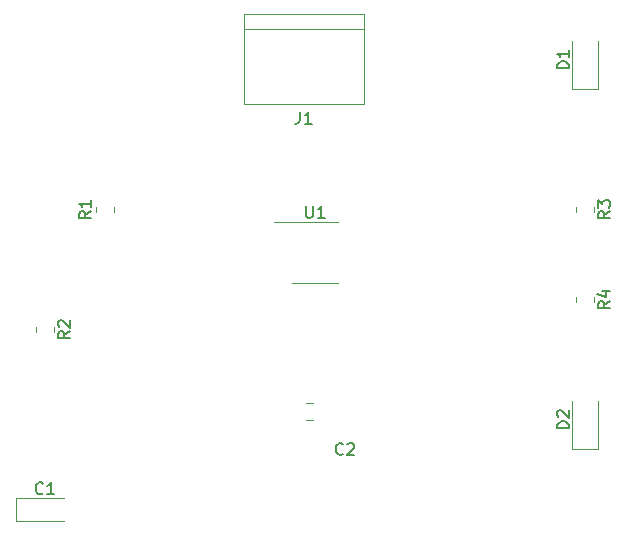
<source format=gbr>
%TF.GenerationSoftware,KiCad,Pcbnew,(6.0.10-0)*%
%TF.CreationDate,2023-02-17T12:21:21-08:00*%
%TF.ProjectId,Exercise 2,45786572-6369-4736-9520-322e6b696361,rev?*%
%TF.SameCoordinates,Original*%
%TF.FileFunction,Legend,Top*%
%TF.FilePolarity,Positive*%
%FSLAX46Y46*%
G04 Gerber Fmt 4.6, Leading zero omitted, Abs format (unit mm)*
G04 Created by KiCad (PCBNEW (6.0.10-0)) date 2023-02-17 12:21:21*
%MOMM*%
%LPD*%
G01*
G04 APERTURE LIST*
%ADD10C,0.150000*%
%ADD11C,0.120000*%
G04 APERTURE END LIST*
D10*
%TO.C,D2*%
X158652380Y-104878095D02*
X157652380Y-104878095D01*
X157652380Y-104640000D01*
X157700000Y-104497142D01*
X157795238Y-104401904D01*
X157890476Y-104354285D01*
X158080952Y-104306666D01*
X158223809Y-104306666D01*
X158414285Y-104354285D01*
X158509523Y-104401904D01*
X158604761Y-104497142D01*
X158652380Y-104640000D01*
X158652380Y-104878095D01*
X157747619Y-103925714D02*
X157700000Y-103878095D01*
X157652380Y-103782857D01*
X157652380Y-103544761D01*
X157700000Y-103449523D01*
X157747619Y-103401904D01*
X157842857Y-103354285D01*
X157938095Y-103354285D01*
X158080952Y-103401904D01*
X158652380Y-103973333D01*
X158652380Y-103354285D01*
%TO.C,U1*%
X136398095Y-86062380D02*
X136398095Y-86871904D01*
X136445714Y-86967142D01*
X136493333Y-87014761D01*
X136588571Y-87062380D01*
X136779047Y-87062380D01*
X136874285Y-87014761D01*
X136921904Y-86967142D01*
X136969523Y-86871904D01*
X136969523Y-86062380D01*
X137969523Y-87062380D02*
X137398095Y-87062380D01*
X137683809Y-87062380D02*
X137683809Y-86062380D01*
X137588571Y-86205238D01*
X137493333Y-86300476D01*
X137398095Y-86348095D01*
%TO.C,R1*%
X118182380Y-86526666D02*
X117706190Y-86860000D01*
X118182380Y-87098095D02*
X117182380Y-87098095D01*
X117182380Y-86717142D01*
X117230000Y-86621904D01*
X117277619Y-86574285D01*
X117372857Y-86526666D01*
X117515714Y-86526666D01*
X117610952Y-86574285D01*
X117658571Y-86621904D01*
X117706190Y-86717142D01*
X117706190Y-87098095D01*
X118182380Y-85574285D02*
X118182380Y-86145714D01*
X118182380Y-85860000D02*
X117182380Y-85860000D01*
X117325238Y-85955238D01*
X117420476Y-86050476D01*
X117468095Y-86145714D01*
%TO.C,R2*%
X116402380Y-96686666D02*
X115926190Y-97020000D01*
X116402380Y-97258095D02*
X115402380Y-97258095D01*
X115402380Y-96877142D01*
X115450000Y-96781904D01*
X115497619Y-96734285D01*
X115592857Y-96686666D01*
X115735714Y-96686666D01*
X115830952Y-96734285D01*
X115878571Y-96781904D01*
X115926190Y-96877142D01*
X115926190Y-97258095D01*
X115497619Y-96305714D02*
X115450000Y-96258095D01*
X115402380Y-96162857D01*
X115402380Y-95924761D01*
X115450000Y-95829523D01*
X115497619Y-95781904D01*
X115592857Y-95734285D01*
X115688095Y-95734285D01*
X115830952Y-95781904D01*
X116402380Y-96353333D01*
X116402380Y-95734285D01*
%TO.C,C2*%
X139533333Y-107037142D02*
X139485714Y-107084761D01*
X139342857Y-107132380D01*
X139247619Y-107132380D01*
X139104761Y-107084761D01*
X139009523Y-106989523D01*
X138961904Y-106894285D01*
X138914285Y-106703809D01*
X138914285Y-106560952D01*
X138961904Y-106370476D01*
X139009523Y-106275238D01*
X139104761Y-106180000D01*
X139247619Y-106132380D01*
X139342857Y-106132380D01*
X139485714Y-106180000D01*
X139533333Y-106227619D01*
X139914285Y-106227619D02*
X139961904Y-106180000D01*
X140057142Y-106132380D01*
X140295238Y-106132380D01*
X140390476Y-106180000D01*
X140438095Y-106227619D01*
X140485714Y-106322857D01*
X140485714Y-106418095D01*
X140438095Y-106560952D01*
X139866666Y-107132380D01*
X140485714Y-107132380D01*
%TO.C,C1*%
X114133333Y-110367142D02*
X114085714Y-110414761D01*
X113942857Y-110462380D01*
X113847619Y-110462380D01*
X113704761Y-110414761D01*
X113609523Y-110319523D01*
X113561904Y-110224285D01*
X113514285Y-110033809D01*
X113514285Y-109890952D01*
X113561904Y-109700476D01*
X113609523Y-109605238D01*
X113704761Y-109510000D01*
X113847619Y-109462380D01*
X113942857Y-109462380D01*
X114085714Y-109510000D01*
X114133333Y-109557619D01*
X115085714Y-110462380D02*
X114514285Y-110462380D01*
X114800000Y-110462380D02*
X114800000Y-109462380D01*
X114704761Y-109605238D01*
X114609523Y-109700476D01*
X114514285Y-109748095D01*
%TO.C,R4*%
X162122380Y-94146666D02*
X161646190Y-94480000D01*
X162122380Y-94718095D02*
X161122380Y-94718095D01*
X161122380Y-94337142D01*
X161170000Y-94241904D01*
X161217619Y-94194285D01*
X161312857Y-94146666D01*
X161455714Y-94146666D01*
X161550952Y-94194285D01*
X161598571Y-94241904D01*
X161646190Y-94337142D01*
X161646190Y-94718095D01*
X161455714Y-93289523D02*
X162122380Y-93289523D01*
X161074761Y-93527619D02*
X161789047Y-93765714D01*
X161789047Y-93146666D01*
%TO.C,J1*%
X135876666Y-78107380D02*
X135876666Y-78821666D01*
X135829047Y-78964523D01*
X135733809Y-79059761D01*
X135590952Y-79107380D01*
X135495714Y-79107380D01*
X136876666Y-79107380D02*
X136305238Y-79107380D01*
X136590952Y-79107380D02*
X136590952Y-78107380D01*
X136495714Y-78250238D01*
X136400476Y-78345476D01*
X136305238Y-78393095D01*
%TO.C,R3*%
X162122380Y-86526666D02*
X161646190Y-86860000D01*
X162122380Y-87098095D02*
X161122380Y-87098095D01*
X161122380Y-86717142D01*
X161170000Y-86621904D01*
X161217619Y-86574285D01*
X161312857Y-86526666D01*
X161455714Y-86526666D01*
X161550952Y-86574285D01*
X161598571Y-86621904D01*
X161646190Y-86717142D01*
X161646190Y-87098095D01*
X161122380Y-86193333D02*
X161122380Y-85574285D01*
X161503333Y-85907619D01*
X161503333Y-85764761D01*
X161550952Y-85669523D01*
X161598571Y-85621904D01*
X161693809Y-85574285D01*
X161931904Y-85574285D01*
X162027142Y-85621904D01*
X162074761Y-85669523D01*
X162122380Y-85764761D01*
X162122380Y-86050476D01*
X162074761Y-86145714D01*
X162027142Y-86193333D01*
%TO.C,D1*%
X158652380Y-74398095D02*
X157652380Y-74398095D01*
X157652380Y-74160000D01*
X157700000Y-74017142D01*
X157795238Y-73921904D01*
X157890476Y-73874285D01*
X158080952Y-73826666D01*
X158223809Y-73826666D01*
X158414285Y-73874285D01*
X158509523Y-73921904D01*
X158604761Y-74017142D01*
X158652380Y-74160000D01*
X158652380Y-74398095D01*
X158652380Y-72874285D02*
X158652380Y-73445714D01*
X158652380Y-73160000D02*
X157652380Y-73160000D01*
X157795238Y-73255238D01*
X157890476Y-73350476D01*
X157938095Y-73445714D01*
D11*
%TO.C,D2*%
X158885000Y-106600000D02*
X161155000Y-106600000D01*
X161155000Y-106600000D02*
X161155000Y-102540000D01*
X158885000Y-102540000D02*
X158885000Y-106600000D01*
%TO.C,U1*%
X137160000Y-92570000D02*
X139110000Y-92570000D01*
X137160000Y-92570000D02*
X135210000Y-92570000D01*
X137160000Y-87450000D02*
X139110000Y-87450000D01*
X137160000Y-87450000D02*
X133710000Y-87450000D01*
%TO.C,R1*%
X118645000Y-86587064D02*
X118645000Y-86132936D01*
X120115000Y-86587064D02*
X120115000Y-86132936D01*
%TO.C,R2*%
X113565000Y-96292936D02*
X113565000Y-96747064D01*
X115035000Y-96292936D02*
X115035000Y-96747064D01*
%TO.C,C2*%
X136438748Y-104205000D02*
X136961252Y-104205000D01*
X136438748Y-102735000D02*
X136961252Y-102735000D01*
%TO.C,C1*%
X111815000Y-110825000D02*
X111815000Y-112695000D01*
X111815000Y-112695000D02*
X115900000Y-112695000D01*
X115900000Y-110825000D02*
X111815000Y-110825000D01*
%TO.C,R4*%
X160755000Y-93752936D02*
X160755000Y-94207064D01*
X159285000Y-93752936D02*
X159285000Y-94207064D01*
%TO.C,J1*%
X141290000Y-69765000D02*
X131130000Y-69765000D01*
X131130000Y-77385000D02*
X141290000Y-77385000D01*
X131130000Y-71035000D02*
X141290000Y-71035000D01*
X141290000Y-77385000D02*
X141290000Y-69765000D01*
X131130000Y-69765000D02*
X131130000Y-77385000D01*
%TO.C,R3*%
X159285000Y-86132936D02*
X159285000Y-86587064D01*
X160755000Y-86132936D02*
X160755000Y-86587064D01*
%TO.C,D1*%
X161155000Y-76120000D02*
X161155000Y-72060000D01*
X158885000Y-76120000D02*
X161155000Y-76120000D01*
X158885000Y-72060000D02*
X158885000Y-76120000D01*
%TD*%
M02*

</source>
